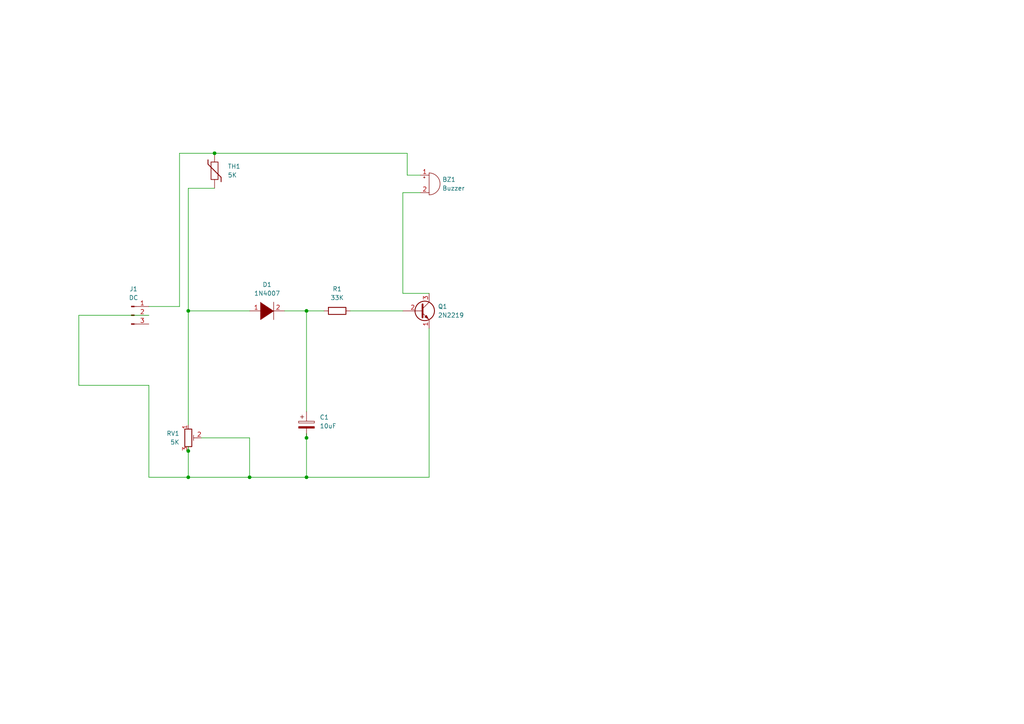
<source format=kicad_sch>
(kicad_sch (version 20211123) (generator eeschema)

  (uuid 84b82f8a-595d-4aa9-b137-6780c4ee0759)

  (paper "A4")

  (lib_symbols
    (symbol "Connector:Conn_01x03_Male" (pin_names (offset 1.016) hide) (in_bom yes) (on_board yes)
      (property "Reference" "J" (id 0) (at 0 5.08 0)
        (effects (font (size 1.27 1.27)))
      )
      (property "Value" "Conn_01x03_Male" (id 1) (at 0 -5.08 0)
        (effects (font (size 1.27 1.27)))
      )
      (property "Footprint" "" (id 2) (at 0 0 0)
        (effects (font (size 1.27 1.27)) hide)
      )
      (property "Datasheet" "~" (id 3) (at 0 0 0)
        (effects (font (size 1.27 1.27)) hide)
      )
      (property "ki_keywords" "connector" (id 4) (at 0 0 0)
        (effects (font (size 1.27 1.27)) hide)
      )
      (property "ki_description" "Generic connector, single row, 01x03, script generated (kicad-library-utils/schlib/autogen/connector/)" (id 5) (at 0 0 0)
        (effects (font (size 1.27 1.27)) hide)
      )
      (property "ki_fp_filters" "Connector*:*_1x??_*" (id 6) (at 0 0 0)
        (effects (font (size 1.27 1.27)) hide)
      )
      (symbol "Conn_01x03_Male_1_1"
        (polyline
          (pts
            (xy 1.27 -2.54)
            (xy 0.8636 -2.54)
          )
          (stroke (width 0.1524) (type default) (color 0 0 0 0))
          (fill (type none))
        )
        (polyline
          (pts
            (xy 1.27 0)
            (xy 0.8636 0)
          )
          (stroke (width 0.1524) (type default) (color 0 0 0 0))
          (fill (type none))
        )
        (polyline
          (pts
            (xy 1.27 2.54)
            (xy 0.8636 2.54)
          )
          (stroke (width 0.1524) (type default) (color 0 0 0 0))
          (fill (type none))
        )
        (rectangle (start 0.8636 -2.413) (end 0 -2.667)
          (stroke (width 0.1524) (type default) (color 0 0 0 0))
          (fill (type outline))
        )
        (rectangle (start 0.8636 0.127) (end 0 -0.127)
          (stroke (width 0.1524) (type default) (color 0 0 0 0))
          (fill (type outline))
        )
        (rectangle (start 0.8636 2.667) (end 0 2.413)
          (stroke (width 0.1524) (type default) (color 0 0 0 0))
          (fill (type outline))
        )
        (pin passive line (at 5.08 2.54 180) (length 3.81)
          (name "Pin_1" (effects (font (size 1.27 1.27))))
          (number "1" (effects (font (size 1.27 1.27))))
        )
        (pin passive line (at 5.08 0 180) (length 3.81)
          (name "Pin_2" (effects (font (size 1.27 1.27))))
          (number "2" (effects (font (size 1.27 1.27))))
        )
        (pin passive line (at 5.08 -2.54 180) (length 3.81)
          (name "Pin_3" (effects (font (size 1.27 1.27))))
          (number "3" (effects (font (size 1.27 1.27))))
        )
      )
    )
    (symbol "Device:Buzzer" (pin_names (offset 0.0254) hide) (in_bom yes) (on_board yes)
      (property "Reference" "BZ" (id 0) (at 3.81 1.27 0)
        (effects (font (size 1.27 1.27)) (justify left))
      )
      (property "Value" "Buzzer" (id 1) (at 3.81 -1.27 0)
        (effects (font (size 1.27 1.27)) (justify left))
      )
      (property "Footprint" "" (id 2) (at -0.635 2.54 90)
        (effects (font (size 1.27 1.27)) hide)
      )
      (property "Datasheet" "~" (id 3) (at -0.635 2.54 90)
        (effects (font (size 1.27 1.27)) hide)
      )
      (property "ki_keywords" "quartz resonator ceramic" (id 4) (at 0 0 0)
        (effects (font (size 1.27 1.27)) hide)
      )
      (property "ki_description" "Buzzer, polarized" (id 5) (at 0 0 0)
        (effects (font (size 1.27 1.27)) hide)
      )
      (property "ki_fp_filters" "*Buzzer*" (id 6) (at 0 0 0)
        (effects (font (size 1.27 1.27)) hide)
      )
      (symbol "Buzzer_0_1"
        (arc (start 0 -3.175) (mid 3.175 0) (end 0 3.175)
          (stroke (width 0) (type default) (color 0 0 0 0))
          (fill (type none))
        )
        (polyline
          (pts
            (xy -1.651 1.905)
            (xy -1.143 1.905)
          )
          (stroke (width 0) (type default) (color 0 0 0 0))
          (fill (type none))
        )
        (polyline
          (pts
            (xy -1.397 2.159)
            (xy -1.397 1.651)
          )
          (stroke (width 0) (type default) (color 0 0 0 0))
          (fill (type none))
        )
        (polyline
          (pts
            (xy 0 3.175)
            (xy 0 -3.175)
          )
          (stroke (width 0) (type default) (color 0 0 0 0))
          (fill (type none))
        )
      )
      (symbol "Buzzer_1_1"
        (pin passive line (at -2.54 2.54 0) (length 2.54)
          (name "-" (effects (font (size 1.27 1.27))))
          (number "1" (effects (font (size 1.27 1.27))))
        )
        (pin passive line (at -2.54 -2.54 0) (length 2.54)
          (name "+" (effects (font (size 1.27 1.27))))
          (number "2" (effects (font (size 1.27 1.27))))
        )
      )
    )
    (symbol "Device:C_Polarized" (pin_numbers hide) (pin_names (offset 0.254)) (in_bom yes) (on_board yes)
      (property "Reference" "C" (id 0) (at 0.635 2.54 0)
        (effects (font (size 1.27 1.27)) (justify left))
      )
      (property "Value" "C_Polarized" (id 1) (at 0.635 -2.54 0)
        (effects (font (size 1.27 1.27)) (justify left))
      )
      (property "Footprint" "" (id 2) (at 0.9652 -3.81 0)
        (effects (font (size 1.27 1.27)) hide)
      )
      (property "Datasheet" "~" (id 3) (at 0 0 0)
        (effects (font (size 1.27 1.27)) hide)
      )
      (property "ki_keywords" "cap capacitor" (id 4) (at 0 0 0)
        (effects (font (size 1.27 1.27)) hide)
      )
      (property "ki_description" "Polarized capacitor" (id 5) (at 0 0 0)
        (effects (font (size 1.27 1.27)) hide)
      )
      (property "ki_fp_filters" "CP_*" (id 6) (at 0 0 0)
        (effects (font (size 1.27 1.27)) hide)
      )
      (symbol "C_Polarized_0_1"
        (rectangle (start -2.286 0.508) (end 2.286 1.016)
          (stroke (width 0) (type default) (color 0 0 0 0))
          (fill (type none))
        )
        (polyline
          (pts
            (xy -1.778 2.286)
            (xy -0.762 2.286)
          )
          (stroke (width 0) (type default) (color 0 0 0 0))
          (fill (type none))
        )
        (polyline
          (pts
            (xy -1.27 2.794)
            (xy -1.27 1.778)
          )
          (stroke (width 0) (type default) (color 0 0 0 0))
          (fill (type none))
        )
        (rectangle (start 2.286 -0.508) (end -2.286 -1.016)
          (stroke (width 0) (type default) (color 0 0 0 0))
          (fill (type outline))
        )
      )
      (symbol "C_Polarized_1_1"
        (pin passive line (at 0 3.81 270) (length 2.794)
          (name "~" (effects (font (size 1.27 1.27))))
          (number "1" (effects (font (size 1.27 1.27))))
        )
        (pin passive line (at 0 -3.81 90) (length 2.794)
          (name "~" (effects (font (size 1.27 1.27))))
          (number "2" (effects (font (size 1.27 1.27))))
        )
      )
    )
    (symbol "Device:R" (pin_numbers hide) (pin_names (offset 0)) (in_bom yes) (on_board yes)
      (property "Reference" "R" (id 0) (at 2.032 0 90)
        (effects (font (size 1.27 1.27)))
      )
      (property "Value" "R" (id 1) (at 0 0 90)
        (effects (font (size 1.27 1.27)))
      )
      (property "Footprint" "" (id 2) (at -1.778 0 90)
        (effects (font (size 1.27 1.27)) hide)
      )
      (property "Datasheet" "~" (id 3) (at 0 0 0)
        (effects (font (size 1.27 1.27)) hide)
      )
      (property "ki_keywords" "R res resistor" (id 4) (at 0 0 0)
        (effects (font (size 1.27 1.27)) hide)
      )
      (property "ki_description" "Resistor" (id 5) (at 0 0 0)
        (effects (font (size 1.27 1.27)) hide)
      )
      (property "ki_fp_filters" "R_*" (id 6) (at 0 0 0)
        (effects (font (size 1.27 1.27)) hide)
      )
      (symbol "R_0_1"
        (rectangle (start -1.016 -2.54) (end 1.016 2.54)
          (stroke (width 0.254) (type default) (color 0 0 0 0))
          (fill (type none))
        )
      )
      (symbol "R_1_1"
        (pin passive line (at 0 3.81 270) (length 1.27)
          (name "~" (effects (font (size 1.27 1.27))))
          (number "1" (effects (font (size 1.27 1.27))))
        )
        (pin passive line (at 0 -3.81 90) (length 1.27)
          (name "~" (effects (font (size 1.27 1.27))))
          (number "2" (effects (font (size 1.27 1.27))))
        )
      )
    )
    (symbol "Device:R_Potentiometer_Trim" (pin_names (offset 1.016) hide) (in_bom yes) (on_board yes)
      (property "Reference" "RV" (id 0) (at -4.445 0 90)
        (effects (font (size 1.27 1.27)))
      )
      (property "Value" "R_Potentiometer_Trim" (id 1) (at -2.54 0 90)
        (effects (font (size 1.27 1.27)))
      )
      (property "Footprint" "" (id 2) (at 0 0 0)
        (effects (font (size 1.27 1.27)) hide)
      )
      (property "Datasheet" "~" (id 3) (at 0 0 0)
        (effects (font (size 1.27 1.27)) hide)
      )
      (property "ki_keywords" "resistor variable trimpot trimmer" (id 4) (at 0 0 0)
        (effects (font (size 1.27 1.27)) hide)
      )
      (property "ki_description" "Trim-potentiometer" (id 5) (at 0 0 0)
        (effects (font (size 1.27 1.27)) hide)
      )
      (property "ki_fp_filters" "Potentiometer*" (id 6) (at 0 0 0)
        (effects (font (size 1.27 1.27)) hide)
      )
      (symbol "R_Potentiometer_Trim_0_1"
        (polyline
          (pts
            (xy 1.524 0.762)
            (xy 1.524 -0.762)
          )
          (stroke (width 0) (type default) (color 0 0 0 0))
          (fill (type none))
        )
        (polyline
          (pts
            (xy 2.54 0)
            (xy 1.524 0)
          )
          (stroke (width 0) (type default) (color 0 0 0 0))
          (fill (type none))
        )
        (rectangle (start 1.016 2.54) (end -1.016 -2.54)
          (stroke (width 0.254) (type default) (color 0 0 0 0))
          (fill (type none))
        )
      )
      (symbol "R_Potentiometer_Trim_1_1"
        (pin passive line (at 0 3.81 270) (length 1.27)
          (name "1" (effects (font (size 1.27 1.27))))
          (number "1" (effects (font (size 1.27 1.27))))
        )
        (pin passive line (at 3.81 0 180) (length 1.27)
          (name "2" (effects (font (size 1.27 1.27))))
          (number "2" (effects (font (size 1.27 1.27))))
        )
        (pin passive line (at 0 -3.81 90) (length 1.27)
          (name "3" (effects (font (size 1.27 1.27))))
          (number "3" (effects (font (size 1.27 1.27))))
        )
      )
    )
    (symbol "Device:Thermistor" (pin_numbers hide) (pin_names (offset 0)) (in_bom yes) (on_board yes)
      (property "Reference" "TH" (id 0) (at 2.54 1.27 90)
        (effects (font (size 1.27 1.27)))
      )
      (property "Value" "Thermistor" (id 1) (at -2.54 0 90)
        (effects (font (size 1.27 1.27)) (justify bottom))
      )
      (property "Footprint" "" (id 2) (at 0 0 0)
        (effects (font (size 1.27 1.27)) hide)
      )
      (property "Datasheet" "~" (id 3) (at 0 0 0)
        (effects (font (size 1.27 1.27)) hide)
      )
      (property "ki_keywords" "R res thermistor" (id 4) (at 0 0 0)
        (effects (font (size 1.27 1.27)) hide)
      )
      (property "ki_description" "Temperature dependent resistor" (id 5) (at 0 0 0)
        (effects (font (size 1.27 1.27)) hide)
      )
      (property "ki_fp_filters" "R_*" (id 6) (at 0 0 0)
        (effects (font (size 1.27 1.27)) hide)
      )
      (symbol "Thermistor_0_1"
        (rectangle (start -1.016 2.54) (end 1.016 -2.54)
          (stroke (width 0.2032) (type default) (color 0 0 0 0))
          (fill (type none))
        )
        (polyline
          (pts
            (xy -1.905 3.175)
            (xy -1.905 1.905)
            (xy 1.905 -1.905)
            (xy 1.905 -3.175)
            (xy 1.905 -3.175)
          )
          (stroke (width 0.254) (type default) (color 0 0 0 0))
          (fill (type none))
        )
      )
      (symbol "Thermistor_1_1"
        (pin passive line (at 0 5.08 270) (length 2.54)
          (name "~" (effects (font (size 1.27 1.27))))
          (number "1" (effects (font (size 1.27 1.27))))
        )
        (pin passive line (at 0 -5.08 90) (length 2.54)
          (name "~" (effects (font (size 1.27 1.27))))
          (number "2" (effects (font (size 1.27 1.27))))
        )
      )
    )
    (symbol "Transistor_BJT:2N2219" (pin_names (offset 0) hide) (in_bom yes) (on_board yes)
      (property "Reference" "Q" (id 0) (at 5.08 1.905 0)
        (effects (font (size 1.27 1.27)) (justify left))
      )
      (property "Value" "2N2219" (id 1) (at 5.08 0 0)
        (effects (font (size 1.27 1.27)) (justify left))
      )
      (property "Footprint" "Package_TO_SOT_THT:TO-39-3" (id 2) (at 5.08 -1.905 0)
        (effects (font (size 1.27 1.27) italic) (justify left) hide)
      )
      (property "Datasheet" "http://www.onsemi.com/pub_link/Collateral/2N2219-D.PDF" (id 3) (at 0 0 0)
        (effects (font (size 1.27 1.27)) (justify left) hide)
      )
      (property "ki_keywords" "NPN Transistor" (id 4) (at 0 0 0)
        (effects (font (size 1.27 1.27)) hide)
      )
      (property "ki_description" "800mA Ic, 50V Vce, NPN Transistor, TO-39" (id 5) (at 0 0 0)
        (effects (font (size 1.27 1.27)) hide)
      )
      (property "ki_fp_filters" "TO?39*" (id 6) (at 0 0 0)
        (effects (font (size 1.27 1.27)) hide)
      )
      (symbol "2N2219_0_1"
        (polyline
          (pts
            (xy 0.635 0.635)
            (xy 2.54 2.54)
          )
          (stroke (width 0) (type default) (color 0 0 0 0))
          (fill (type none))
        )
        (polyline
          (pts
            (xy 0.635 -0.635)
            (xy 2.54 -2.54)
            (xy 2.54 -2.54)
          )
          (stroke (width 0) (type default) (color 0 0 0 0))
          (fill (type none))
        )
        (polyline
          (pts
            (xy 0.635 1.905)
            (xy 0.635 -1.905)
            (xy 0.635 -1.905)
          )
          (stroke (width 0.508) (type default) (color 0 0 0 0))
          (fill (type none))
        )
        (polyline
          (pts
            (xy 1.27 -1.778)
            (xy 1.778 -1.27)
            (xy 2.286 -2.286)
            (xy 1.27 -1.778)
            (xy 1.27 -1.778)
          )
          (stroke (width 0) (type default) (color 0 0 0 0))
          (fill (type outline))
        )
        (circle (center 1.27 0) (radius 2.8194)
          (stroke (width 0.254) (type default) (color 0 0 0 0))
          (fill (type none))
        )
      )
      (symbol "2N2219_1_1"
        (pin passive line (at 2.54 -5.08 90) (length 2.54)
          (name "E" (effects (font (size 1.27 1.27))))
          (number "1" (effects (font (size 1.27 1.27))))
        )
        (pin passive line (at -5.08 0 0) (length 5.715)
          (name "B" (effects (font (size 1.27 1.27))))
          (number "2" (effects (font (size 1.27 1.27))))
        )
        (pin passive line (at 2.54 5.08 270) (length 2.54)
          (name "C" (effects (font (size 1.27 1.27))))
          (number "3" (effects (font (size 1.27 1.27))))
        )
      )
    )
    (symbol "pspice:DIODE" (pin_names (offset 1.016) hide) (in_bom yes) (on_board yes)
      (property "Reference" "D" (id 0) (at 0 3.81 0)
        (effects (font (size 1.27 1.27)))
      )
      (property "Value" "DIODE" (id 1) (at 0 -4.445 0)
        (effects (font (size 1.27 1.27)))
      )
      (property "Footprint" "" (id 2) (at 0 0 0)
        (effects (font (size 1.27 1.27)) hide)
      )
      (property "Datasheet" "~" (id 3) (at 0 0 0)
        (effects (font (size 1.27 1.27)) hide)
      )
      (property "ki_keywords" "simulation" (id 4) (at 0 0 0)
        (effects (font (size 1.27 1.27)) hide)
      )
      (property "ki_description" "Diode symbol for simulation only. Pin order incompatible with official kicad footprints" (id 5) (at 0 0 0)
        (effects (font (size 1.27 1.27)) hide)
      )
      (symbol "DIODE_0_1"
        (polyline
          (pts
            (xy 1.905 2.54)
            (xy 1.905 -2.54)
          )
          (stroke (width 0) (type default) (color 0 0 0 0))
          (fill (type none))
        )
        (polyline
          (pts
            (xy -1.905 2.54)
            (xy -1.905 -2.54)
            (xy 1.905 0)
          )
          (stroke (width 0) (type default) (color 0 0 0 0))
          (fill (type outline))
        )
      )
      (symbol "DIODE_1_1"
        (pin input line (at -5.08 0 0) (length 3.81)
          (name "K" (effects (font (size 1.27 1.27))))
          (number "1" (effects (font (size 1.27 1.27))))
        )
        (pin input line (at 5.08 0 180) (length 3.81)
          (name "A" (effects (font (size 1.27 1.27))))
          (number "2" (effects (font (size 1.27 1.27))))
        )
      )
    )
  )

  (junction (at 72.39 138.43) (diameter 0) (color 0 0 0 0)
    (uuid 30275d71-7c33-4892-b3da-5e71c618b819)
  )
  (junction (at 54.61 90.17) (diameter 0) (color 0 0 0 0)
    (uuid 5eb46dab-56a9-49a1-9835-44093ae5b676)
  )
  (junction (at 88.9 127) (diameter 0) (color 0 0 0 0)
    (uuid 7a150d0f-2eed-4e84-a700-ad286f1498af)
  )
  (junction (at 54.61 138.43) (diameter 0) (color 0 0 0 0)
    (uuid cb40b89a-0713-491b-8041-e915e4df30ab)
  )
  (junction (at 54.61 130.81) (diameter 0) (color 0 0 0 0)
    (uuid d4f5377f-8591-48a9-9561-3ecd41b135e4)
  )
  (junction (at 62.23 44.45) (diameter 0) (color 0 0 0 0)
    (uuid e3a5c467-0d87-4968-a668-5cd5dda91da9)
  )
  (junction (at 88.9 90.17) (diameter 0) (color 0 0 0 0)
    (uuid e94288a2-b463-4110-a6d1-fc197837c822)
  )
  (junction (at 88.9 138.43) (diameter 0) (color 0 0 0 0)
    (uuid ec64c92a-c9d1-4363-ac74-1269b09f370e)
  )

  (wire (pts (xy 58.42 127) (xy 72.39 127))
    (stroke (width 0) (type default) (color 0 0 0 0))
    (uuid 154d7315-1271-4281-916d-a2193f8e8869)
  )
  (wire (pts (xy 54.61 90.17) (xy 54.61 123.19))
    (stroke (width 0) (type default) (color 0 0 0 0))
    (uuid 238902ac-6cf3-4847-887f-f42da6344f1b)
  )
  (wire (pts (xy 54.61 138.43) (xy 72.39 138.43))
    (stroke (width 0) (type default) (color 0 0 0 0))
    (uuid 2d2a42c3-f337-425b-8db7-072769be32c2)
  )
  (wire (pts (xy 43.18 88.9) (xy 52.07 88.9))
    (stroke (width 0) (type default) (color 0 0 0 0))
    (uuid 351e3768-76ab-43f0-9da8-8db921d56feb)
  )
  (wire (pts (xy 72.39 127) (xy 72.39 138.43))
    (stroke (width 0) (type default) (color 0 0 0 0))
    (uuid 386c0661-bad2-403d-a06b-1a0ba09b9fe3)
  )
  (wire (pts (xy 121.92 55.88) (xy 116.84 55.88))
    (stroke (width 0) (type default) (color 0 0 0 0))
    (uuid 40075655-e594-4c00-b8c1-c2861f495461)
  )
  (wire (pts (xy 88.9 90.17) (xy 93.98 90.17))
    (stroke (width 0) (type default) (color 0 0 0 0))
    (uuid 4a49ec79-792b-4e6d-ba48-4d5a3864b31b)
  )
  (wire (pts (xy 118.11 50.8) (xy 121.92 50.8))
    (stroke (width 0) (type default) (color 0 0 0 0))
    (uuid 4bb00488-2148-4d39-9f91-24065af4d3aa)
  )
  (wire (pts (xy 88.9 127) (xy 88.9 138.43))
    (stroke (width 0) (type default) (color 0 0 0 0))
    (uuid 5df62e70-5b4a-4ffd-8339-00ba450cb91f)
  )
  (wire (pts (xy 22.86 91.44) (xy 22.86 111.76))
    (stroke (width 0) (type default) (color 0 0 0 0))
    (uuid 5e1d08b7-0740-41cb-98b4-56358c13fb44)
  )
  (wire (pts (xy 88.9 125.73) (xy 88.9 127))
    (stroke (width 0) (type default) (color 0 0 0 0))
    (uuid 673a4983-3b8a-43e7-ba7a-6f50277f7fa8)
  )
  (wire (pts (xy 54.61 54.61) (xy 62.23 54.61))
    (stroke (width 0) (type default) (color 0 0 0 0))
    (uuid 77db4d40-ceb9-42ee-b7f3-996f7561530b)
  )
  (wire (pts (xy 52.07 44.45) (xy 62.23 44.45))
    (stroke (width 0) (type default) (color 0 0 0 0))
    (uuid 7914e4a9-4ecf-427b-9874-a4c09a512ddb)
  )
  (wire (pts (xy 72.39 90.17) (xy 54.61 90.17))
    (stroke (width 0) (type default) (color 0 0 0 0))
    (uuid 7e92f85e-c377-406c-8f5d-5a512add6cd0)
  )
  (wire (pts (xy 72.39 138.43) (xy 88.9 138.43))
    (stroke (width 0) (type default) (color 0 0 0 0))
    (uuid 8344ede7-dd1a-45be-900d-8bc51459dbf1)
  )
  (wire (pts (xy 88.9 138.43) (xy 124.46 138.43))
    (stroke (width 0) (type default) (color 0 0 0 0))
    (uuid 8e095db9-c838-4ac0-a3d4-755d499a5b43)
  )
  (wire (pts (xy 43.18 111.76) (xy 43.18 138.43))
    (stroke (width 0) (type default) (color 0 0 0 0))
    (uuid 8f07d45c-25a9-4177-84bd-4fc7caa01593)
  )
  (wire (pts (xy 118.11 44.45) (xy 118.11 50.8))
    (stroke (width 0) (type default) (color 0 0 0 0))
    (uuid 9ba25e1f-ada1-4ffa-a333-f07854da03ef)
  )
  (wire (pts (xy 43.18 138.43) (xy 54.61 138.43))
    (stroke (width 0) (type default) (color 0 0 0 0))
    (uuid 9be963f2-54a2-430f-b881-15486f6f5719)
  )
  (wire (pts (xy 116.84 85.09) (xy 124.46 85.09))
    (stroke (width 0) (type default) (color 0 0 0 0))
    (uuid 9d8a9ab3-830b-4e15-9c47-ec882d1a1d4a)
  )
  (wire (pts (xy 43.18 91.44) (xy 22.86 91.44))
    (stroke (width 0) (type default) (color 0 0 0 0))
    (uuid a16c0157-0586-404d-8e09-a39d2c1bdbf6)
  )
  (wire (pts (xy 124.46 95.25) (xy 124.46 138.43))
    (stroke (width 0) (type default) (color 0 0 0 0))
    (uuid a5da8514-064f-486c-8e38-23af381733b9)
  )
  (wire (pts (xy 88.9 90.17) (xy 88.9 119.38))
    (stroke (width 0) (type default) (color 0 0 0 0))
    (uuid ac95cee3-2306-42b3-912e-2671afca84ff)
  )
  (wire (pts (xy 101.6 90.17) (xy 116.84 90.17))
    (stroke (width 0) (type default) (color 0 0 0 0))
    (uuid aead25cc-31d2-4172-be8e-8b511c8d6b46)
  )
  (wire (pts (xy 62.23 44.45) (xy 118.11 44.45))
    (stroke (width 0) (type default) (color 0 0 0 0))
    (uuid cf9ce14d-0e1b-4ba8-86c3-d945e3e8e130)
  )
  (wire (pts (xy 116.84 55.88) (xy 116.84 85.09))
    (stroke (width 0) (type default) (color 0 0 0 0))
    (uuid d799f921-2b16-4f67-80d6-59ccaeaad800)
  )
  (wire (pts (xy 54.61 54.61) (xy 54.61 90.17))
    (stroke (width 0) (type default) (color 0 0 0 0))
    (uuid dbe8f8c0-83d8-4a51-83d3-510672af5e99)
  )
  (wire (pts (xy 52.07 88.9) (xy 52.07 44.45))
    (stroke (width 0) (type default) (color 0 0 0 0))
    (uuid de5e66a8-7b36-48da-bca1-04d2d6651183)
  )
  (wire (pts (xy 54.61 129.54) (xy 54.61 130.81))
    (stroke (width 0) (type default) (color 0 0 0 0))
    (uuid e62b8c76-9455-40fc-b07e-74a5aff50cb7)
  )
  (wire (pts (xy 82.55 90.17) (xy 88.9 90.17))
    (stroke (width 0) (type default) (color 0 0 0 0))
    (uuid f3ba0259-4069-4df5-a5fc-04e4bb8ae341)
  )
  (wire (pts (xy 54.61 130.81) (xy 54.61 138.43))
    (stroke (width 0) (type default) (color 0 0 0 0))
    (uuid fd633179-4d91-4380-a38e-288e8ff6a594)
  )
  (wire (pts (xy 22.86 111.76) (xy 43.18 111.76))
    (stroke (width 0) (type default) (color 0 0 0 0))
    (uuid ffd337e0-de0d-4372-b33b-fa8718b6bf3d)
  )

  (symbol (lib_id "Device:C_Polarized") (at 88.9 123.19 0) (unit 1)
    (in_bom yes) (on_board yes) (fields_autoplaced)
    (uuid 099c3aaf-f4e1-489a-9df2-265c47090f67)
    (property "Reference" "C1" (id 0) (at 92.71 121.0309 0)
      (effects (font (size 1.27 1.27)) (justify left))
    )
    (property "Value" "10uF" (id 1) (at 92.71 123.5709 0)
      (effects (font (size 1.27 1.27)) (justify left))
    )
    (property "Footprint" "Capacitor_THT:CP_Radial_D10.0mm_P3.50mm" (id 2) (at 89.8652 127 0)
      (effects (font (size 1.27 1.27)) hide)
    )
    (property "Datasheet" "~" (id 3) (at 88.9 123.19 0)
      (effects (font (size 1.27 1.27)) hide)
    )
    (pin "1" (uuid 19786fa7-07e2-4267-b85a-dd21877b17d2))
    (pin "2" (uuid 8339e756-c18b-4fda-b83f-0caa4d41b1df))
  )

  (symbol (lib_id "Device:Buzzer") (at 124.46 53.34 0) (unit 1)
    (in_bom yes) (on_board yes) (fields_autoplaced)
    (uuid 3a170c02-4e90-4d1c-bc58-385c2577e9a8)
    (property "Reference" "BZ1" (id 0) (at 128.27 52.0699 0)
      (effects (font (size 1.27 1.27)) (justify left))
    )
    (property "Value" "Buzzer" (id 1) (at 128.27 54.6099 0)
      (effects (font (size 1.27 1.27)) (justify left))
    )
    (property "Footprint" "Buzzer_Beeper:Buzzer_12x9.5RM7.6" (id 2) (at 123.825 50.8 90)
      (effects (font (size 1.27 1.27)) hide)
    )
    (property "Datasheet" "~" (id 3) (at 123.825 50.8 90)
      (effects (font (size 1.27 1.27)) hide)
    )
    (pin "1" (uuid f34aa3f5-2724-49e6-9b10-e4d50427ea4a))
    (pin "2" (uuid 13808d3b-f21e-4113-a6d8-9fbc913e340d))
  )

  (symbol (lib_id "pspice:DIODE") (at 77.47 90.17 0) (unit 1)
    (in_bom yes) (on_board yes) (fields_autoplaced)
    (uuid 3b11bc9f-1549-4ba2-9f47-54604c074f22)
    (property "Reference" "D1" (id 0) (at 77.47 82.55 0))
    (property "Value" "1N4007" (id 1) (at 77.47 85.09 0))
    (property "Footprint" "Diode_THT:D_5W_P10.16mm_Horizontal" (id 2) (at 77.47 90.17 0)
      (effects (font (size 1.27 1.27)) hide)
    )
    (property "Datasheet" "~" (id 3) (at 77.47 90.17 0)
      (effects (font (size 1.27 1.27)) hide)
    )
    (pin "1" (uuid d1dcafe0-e045-4dc0-988d-874e306983d9))
    (pin "2" (uuid 712a5d59-120d-432d-a084-5e4973f1a9f7))
  )

  (symbol (lib_id "Connector:Conn_01x03_Male") (at 38.1 91.44 0) (unit 1)
    (in_bom yes) (on_board yes) (fields_autoplaced)
    (uuid 7b0956b5-b702-48cd-b0e5-188355ca1491)
    (property "Reference" "J1" (id 0) (at 38.735 83.82 0))
    (property "Value" "DC" (id 1) (at 38.735 86.36 0))
    (property "Footprint" "Connector_BarrelJack:BarrelJack_Horizontal" (id 2) (at 38.1 91.44 0)
      (effects (font (size 1.27 1.27)) hide)
    )
    (property "Datasheet" "~" (id 3) (at 38.1 91.44 0)
      (effects (font (size 1.27 1.27)) hide)
    )
    (pin "1" (uuid 7fc0ba69-e504-4bb1-9c95-69a26b590ed3))
    (pin "2" (uuid 645ffaf0-aaf9-4e1b-a448-f0568cc6a135))
    (pin "3" (uuid 2a9925b7-2b1a-4f4b-8d66-43290e6ac387))
  )

  (symbol (lib_id "Transistor_BJT:2N2219") (at 121.92 90.17 0) (unit 1)
    (in_bom yes) (on_board yes) (fields_autoplaced)
    (uuid b0fd134a-edff-4667-b656-dea6a065f19b)
    (property "Reference" "Q1" (id 0) (at 127 88.8999 0)
      (effects (font (size 1.27 1.27)) (justify left))
    )
    (property "Value" "2N2219" (id 1) (at 127 91.4399 0)
      (effects (font (size 1.27 1.27)) (justify left))
    )
    (property "Footprint" "Package_TO_SOT_THT:TO-39-3" (id 2) (at 127 92.075 0)
      (effects (font (size 1.27 1.27) italic) (justify left) hide)
    )
    (property "Datasheet" "http://www.onsemi.com/pub_link/Collateral/2N2219-D.PDF" (id 3) (at 121.92 90.17 0)
      (effects (font (size 1.27 1.27)) (justify left) hide)
    )
    (pin "1" (uuid db7f9b7c-64a2-4d3e-a671-634ae07047c6))
    (pin "2" (uuid f66d6b39-9621-4533-a68e-7793c4eb30ff))
    (pin "3" (uuid fd746c46-22b5-41cf-bd29-014da7f4a39c))
  )

  (symbol (lib_id "Device:R_Potentiometer_Trim") (at 54.61 127 0) (unit 1)
    (in_bom yes) (on_board yes) (fields_autoplaced)
    (uuid bddde3f6-73ac-4325-8cee-0af44134f784)
    (property "Reference" "RV1" (id 0) (at 52.07 125.7299 0)
      (effects (font (size 1.27 1.27)) (justify right))
    )
    (property "Value" "5K" (id 1) (at 52.07 128.2699 0)
      (effects (font (size 1.27 1.27)) (justify right))
    )
    (property "Footprint" "Potentiometer_THT:Potentiometer_ACP_CA6-H2,5_Horizontal" (id 2) (at 54.61 127 0)
      (effects (font (size 1.27 1.27)) hide)
    )
    (property "Datasheet" "~" (id 3) (at 54.61 127 0)
      (effects (font (size 1.27 1.27)) hide)
    )
    (pin "1" (uuid 47c973e0-2132-4f2b-996d-124caf166a49))
    (pin "2" (uuid e6541f55-3c85-4292-8709-ac509c83f6b7))
    (pin "3" (uuid 5c25daba-4c2a-4513-9aed-35703a7b57f1))
  )

  (symbol (lib_id "Device:Thermistor") (at 62.23 49.53 0) (unit 1)
    (in_bom yes) (on_board yes) (fields_autoplaced)
    (uuid c2f8d102-386f-4d6c-bf16-7566076dfd64)
    (property "Reference" "TH1" (id 0) (at 66.04 48.2599 0)
      (effects (font (size 1.27 1.27)) (justify left))
    )
    (property "Value" "5K" (id 1) (at 66.04 50.7999 0)
      (effects (font (size 1.27 1.27)) (justify left))
    )
    (property "Footprint" "Connector_PinHeader_2.54mm:PinHeader_1x02_P2.54mm_Horizontal" (id 2) (at 62.23 49.53 0)
      (effects (font (size 1.27 1.27)) hide)
    )
    (property "Datasheet" "~" (id 3) (at 62.23 49.53 0)
      (effects (font (size 1.27 1.27)) hide)
    )
    (pin "1" (uuid 59c766e6-92bf-4938-93b6-dbb7e0d5a06e))
    (pin "2" (uuid 5ceb30e4-ec39-4e18-bedc-43c98140c854))
  )

  (symbol (lib_id "Device:R") (at 97.79 90.17 270) (unit 1)
    (in_bom yes) (on_board yes) (fields_autoplaced)
    (uuid ef38482c-5deb-49f2-ada1-fc36704c200a)
    (property "Reference" "R1" (id 0) (at 97.79 83.82 90))
    (property "Value" "33K" (id 1) (at 97.79 86.36 90))
    (property "Footprint" "Resistor_THT:R_Axial_DIN0411_L9.9mm_D3.6mm_P12.70mm_Horizontal" (id 2) (at 97.79 88.392 90)
      (effects (font (size 1.27 1.27)) hide)
    )
    (property "Datasheet" "~" (id 3) (at 97.79 90.17 0)
      (effects (font (size 1.27 1.27)) hide)
    )
    (pin "1" (uuid aac3403d-e8d3-4b35-b9ed-59d373da3383))
    (pin "2" (uuid 45da91f3-4790-413b-bb0c-a6345e56519f))
  )

  (sheet_instances
    (path "/" (page "1"))
  )

  (symbol_instances
    (path "/3a170c02-4e90-4d1c-bc58-385c2577e9a8"
      (reference "BZ1") (unit 1) (value "Buzzer") (footprint "Buzzer_Beeper:Buzzer_12x9.5RM7.6")
    )
    (path "/099c3aaf-f4e1-489a-9df2-265c47090f67"
      (reference "C1") (unit 1) (value "10uF") (footprint "Capacitor_THT:CP_Radial_D10.0mm_P3.50mm")
    )
    (path "/3b11bc9f-1549-4ba2-9f47-54604c074f22"
      (reference "D1") (unit 1) (value "1N4007") (footprint "Diode_THT:D_5W_P10.16mm_Horizontal")
    )
    (path "/7b0956b5-b702-48cd-b0e5-188355ca1491"
      (reference "J1") (unit 1) (value "DC") (footprint "Connector_BarrelJack:BarrelJack_Horizontal")
    )
    (path "/b0fd134a-edff-4667-b656-dea6a065f19b"
      (reference "Q1") (unit 1) (value "2N2219") (footprint "Package_TO_SOT_THT:TO-39-3")
    )
    (path "/ef38482c-5deb-49f2-ada1-fc36704c200a"
      (reference "R1") (unit 1) (value "33K") (footprint "Resistor_THT:R_Axial_DIN0411_L9.9mm_D3.6mm_P12.70mm_Horizontal")
    )
    (path "/bddde3f6-73ac-4325-8cee-0af44134f784"
      (reference "RV1") (unit 1) (value "5K") (footprint "Potentiometer_THT:Potentiometer_ACP_CA6-H2,5_Horizontal")
    )
    (path "/c2f8d102-386f-4d6c-bf16-7566076dfd64"
      (reference "TH1") (unit 1) (value "5K") (footprint "Connector_PinHeader_2.54mm:PinHeader_1x02_P2.54mm_Horizontal")
    )
  )
)

</source>
